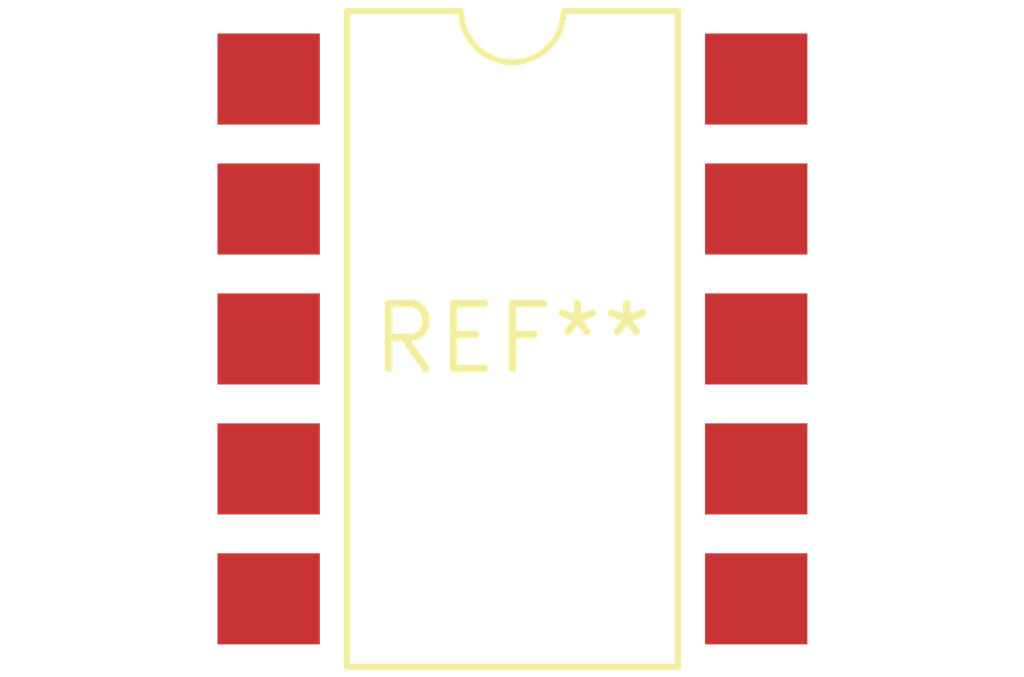
<source format=kicad_pcb>
(kicad_pcb (version 20240108) (generator pcbnew)
  (layers (0 "F.Cu" signal) (31 "B.Cu" signal) (34 "B.Paste" user) (35 "F.Paste" user) (36 "B.SilkS" user "B.Silkscreen") (37 "F.SilkS" user "F.Silkscreen") (38 "B.Mask" user) (39 "F.Mask" user) (44 "Edge.Cuts" user))
  (net 0 "")
  (footprint "SMDIP-10_W9.53mm" (layer "F.Cu") (at 0 0)
    (property "Reference" "REF**")
    (property "Value" "SMDIP-10_W9.53mm")
    (fp_line (start -3.235 -6.41) (end -3.235 6.41) (layer "F.SilkS") (stroke (width 0.12)))
    (fp_line (start -3.235 6.41) (end 3.235 6.41) (layer "F.SilkS") (stroke (width 0.12)))
    (fp_line (start -1 -6.41) (end -3.235 -6.41) (layer "F.SilkS") (stroke (width 0.12)))
    (fp_line (start 3.235 -6.41) (end 1 -6.41) (layer "F.SilkS") (stroke (width 0.12)))
    (fp_line (start 3.235 6.41) (end 3.235 -6.41) (layer "F.SilkS") (stroke (width 0.12)))
    (fp_arc (start 1 -6.41) (mid 0 -5.41) (end -1 -6.41) (layer "F.SilkS") (stroke (width 0.12)))
    (pad "1" smd rect (at -4.765 -5.08) (size 2 1.78) (layers "F.Cu" "F.Paste" "F.Mask"))
    (pad "2" smd rect (at -4.765 -2.54) (size 2 1.78) (layers "F.Cu" "F.Paste" "F.Mask"))
    (pad "3" smd rect (at -4.765 0) (size 2 1.78) (layers "F.Cu" "F.Paste" "F.Mask"))
    (pad "4" smd rect (at -4.765 2.54) (size 2 1.78) (layers "F.Cu" "F.Paste" "F.Mask"))
    (pad "5" smd rect (at -4.765 5.08) (size 2 1.78) (layers "F.Cu" "F.Paste" "F.Mask"))
    (pad "6" smd rect (at 4.765 5.08) (size 2 1.78) (layers "F.Cu" "F.Paste" "F.Mask"))
    (pad "7" smd rect (at 4.765 2.54) (size 2 1.78) (layers "F.Cu" "F.Paste" "F.Mask"))
    (pad "8" smd rect (at 4.765 0) (size 2 1.78) (layers "F.Cu" "F.Paste" "F.Mask"))
    (pad "9" smd rect (at 4.765 -2.54) (size 2 1.78) (layers "F.Cu" "F.Paste" "F.Mask"))
    (pad "10" smd rect (at 4.765 -5.08) (size 2 1.78) (layers "F.Cu" "F.Paste" "F.Mask"))
  )
)
</source>
